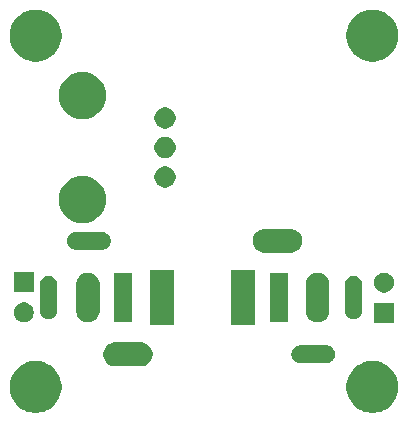
<source format=gbr>
%TF.GenerationSoftware,KiCad,Pcbnew,9.0.3*%
%TF.CreationDate,2025-07-15T20:34:28+12:00*%
%TF.ProjectId,LED_Dimmer,4c45445f-4469-46d6-9d65-722e6b696361,rev?*%
%TF.SameCoordinates,Original*%
%TF.FileFunction,Soldermask,Bot*%
%TF.FilePolarity,Negative*%
%FSLAX46Y46*%
G04 Gerber Fmt 4.6, Leading zero omitted, Abs format (unit mm)*
G04 Created by KiCad (PCBNEW 9.0.3) date 2025-07-15 20:34:28*
%MOMM*%
%LPD*%
G01*
G04 APERTURE LIST*
G04 APERTURE END LIST*
G36*
X88429199Y-53840070D02*
G01*
X88707167Y-53914552D01*
X88973035Y-54024678D01*
X89222255Y-54168565D01*
X89450561Y-54343750D01*
X89654048Y-54547237D01*
X89829233Y-54775543D01*
X89973120Y-55024763D01*
X90083246Y-55290631D01*
X90157728Y-55568599D01*
X90195290Y-55853911D01*
X90195290Y-56141685D01*
X90157728Y-56426997D01*
X90083246Y-56704965D01*
X89973120Y-56970833D01*
X89829233Y-57220053D01*
X89654048Y-57448359D01*
X89450561Y-57651846D01*
X89222255Y-57827031D01*
X88973035Y-57970918D01*
X88707167Y-58081044D01*
X88429199Y-58155526D01*
X88143887Y-58193088D01*
X87856113Y-58193088D01*
X87570801Y-58155526D01*
X87292833Y-58081044D01*
X87026965Y-57970918D01*
X86777745Y-57827031D01*
X86549439Y-57651846D01*
X86345952Y-57448359D01*
X86170767Y-57220053D01*
X86026880Y-56970833D01*
X85916754Y-56704965D01*
X85842272Y-56426997D01*
X85804710Y-56141685D01*
X85804710Y-55853911D01*
X85842272Y-55568599D01*
X85916754Y-55290631D01*
X86026880Y-55024763D01*
X86170767Y-54775543D01*
X86345952Y-54547237D01*
X86549439Y-54343750D01*
X86777745Y-54168565D01*
X87026965Y-54024678D01*
X87292833Y-53914552D01*
X87570801Y-53840070D01*
X87856113Y-53802508D01*
X88143887Y-53802508D01*
X88429199Y-53840070D01*
G37*
G36*
X116929199Y-53840070D02*
G01*
X117207167Y-53914552D01*
X117473035Y-54024678D01*
X117722255Y-54168565D01*
X117950561Y-54343750D01*
X118154048Y-54547237D01*
X118329233Y-54775543D01*
X118473120Y-55024763D01*
X118583246Y-55290631D01*
X118657728Y-55568599D01*
X118695290Y-55853911D01*
X118695290Y-56141685D01*
X118657728Y-56426997D01*
X118583246Y-56704965D01*
X118473120Y-56970833D01*
X118329233Y-57220053D01*
X118154048Y-57448359D01*
X117950561Y-57651846D01*
X117722255Y-57827031D01*
X117473035Y-57970918D01*
X117207167Y-58081044D01*
X116929199Y-58155526D01*
X116643887Y-58193088D01*
X116356113Y-58193088D01*
X116070801Y-58155526D01*
X115792833Y-58081044D01*
X115526965Y-57970918D01*
X115277745Y-57827031D01*
X115049439Y-57651846D01*
X114845952Y-57448359D01*
X114670767Y-57220053D01*
X114526880Y-56970833D01*
X114416754Y-56704965D01*
X114342272Y-56426997D01*
X114304710Y-56141685D01*
X114304710Y-55853911D01*
X114342272Y-55568599D01*
X114416754Y-55290631D01*
X114526880Y-55024763D01*
X114670767Y-54775543D01*
X114845952Y-54547237D01*
X115049439Y-54343750D01*
X115277745Y-54168565D01*
X115526965Y-54024678D01*
X115792833Y-53914552D01*
X116070801Y-53840070D01*
X116356113Y-53802508D01*
X116643887Y-53802508D01*
X116929199Y-53840070D01*
G37*
G36*
X97014017Y-52227925D02*
G01*
X97206285Y-52266170D01*
X97387397Y-52341189D01*
X97550393Y-52450100D01*
X97689010Y-52588717D01*
X97797921Y-52751713D01*
X97872940Y-52932825D01*
X97911185Y-53125093D01*
X97911185Y-53321127D01*
X97872940Y-53513395D01*
X97797921Y-53694507D01*
X97689010Y-53857503D01*
X97550393Y-53996120D01*
X97387397Y-54105031D01*
X97206285Y-54180050D01*
X97014017Y-54218295D01*
X96916000Y-54223110D01*
X96914522Y-54223110D01*
X94717478Y-54223110D01*
X94716000Y-54223110D01*
X94617983Y-54218295D01*
X94425715Y-54180050D01*
X94244603Y-54105031D01*
X94081607Y-53996120D01*
X93942990Y-53857503D01*
X93834079Y-53694507D01*
X93759060Y-53513395D01*
X93720815Y-53321127D01*
X93720815Y-53125093D01*
X93759060Y-52932825D01*
X93834079Y-52751713D01*
X93942990Y-52588717D01*
X94081607Y-52450100D01*
X94244603Y-52341189D01*
X94425715Y-52266170D01*
X94617983Y-52227925D01*
X94716000Y-52223110D01*
X96916000Y-52223110D01*
X97014017Y-52227925D01*
G37*
G36*
X112673513Y-52476719D02*
G01*
X112817714Y-52505403D01*
X112953548Y-52561667D01*
X113075795Y-52643350D01*
X113179758Y-52747313D01*
X113261441Y-52869560D01*
X113317705Y-53005394D01*
X113346389Y-53149595D01*
X113346389Y-53296621D01*
X113317705Y-53440822D01*
X113261441Y-53576656D01*
X113179758Y-53698903D01*
X113075795Y-53802866D01*
X112953548Y-53884549D01*
X112817714Y-53940813D01*
X112673513Y-53969497D01*
X112600000Y-53973108D01*
X112598522Y-53973108D01*
X110401478Y-53973108D01*
X110400000Y-53973108D01*
X110326487Y-53969497D01*
X110182286Y-53940813D01*
X110046452Y-53884549D01*
X109924205Y-53802866D01*
X109820242Y-53698903D01*
X109738559Y-53576656D01*
X109682295Y-53440822D01*
X109653611Y-53296621D01*
X109653611Y-53149595D01*
X109682295Y-53005394D01*
X109738559Y-52869560D01*
X109820242Y-52747313D01*
X109924205Y-52643350D01*
X110046452Y-52561667D01*
X110182286Y-52505403D01*
X110326487Y-52476719D01*
X110400000Y-52473108D01*
X112600000Y-52473108D01*
X112673513Y-52476719D01*
G37*
G36*
X99716000Y-50723110D02*
G01*
X97716000Y-50723110D01*
X97716000Y-46123110D01*
X99716000Y-46123110D01*
X99716000Y-50723110D01*
G37*
G36*
X106574001Y-50723109D02*
G01*
X104574001Y-50723109D01*
X104574001Y-46123109D01*
X106574001Y-46123109D01*
X106574001Y-50723109D01*
G37*
G36*
X118350001Y-50548109D02*
G01*
X116650001Y-50548109D01*
X116650001Y-48848109D01*
X118350001Y-48848109D01*
X118350001Y-50548109D01*
G37*
G36*
X87246742Y-48874711D02*
G01*
X87400687Y-48938477D01*
X87539234Y-49031051D01*
X87657059Y-49148876D01*
X87749633Y-49287423D01*
X87813399Y-49441368D01*
X87845907Y-49604795D01*
X87845907Y-49771425D01*
X87813399Y-49934852D01*
X87749633Y-50088797D01*
X87657059Y-50227344D01*
X87539234Y-50345169D01*
X87400687Y-50437743D01*
X87246742Y-50501509D01*
X87083315Y-50534017D01*
X86916685Y-50534017D01*
X86753258Y-50501509D01*
X86599313Y-50437743D01*
X86460766Y-50345169D01*
X86342941Y-50227344D01*
X86250367Y-50088797D01*
X86186601Y-49934852D01*
X86154093Y-49771425D01*
X86154093Y-49604795D01*
X86186601Y-49441368D01*
X86250367Y-49287423D01*
X86342941Y-49148876D01*
X86460766Y-49031051D01*
X86599313Y-48938477D01*
X86753258Y-48874711D01*
X86916685Y-48842203D01*
X87083315Y-48842203D01*
X87246742Y-48874711D01*
G37*
G36*
X112164287Y-46366170D02*
G01*
X112345399Y-46441189D01*
X112508395Y-46550100D01*
X112647012Y-46688717D01*
X112755923Y-46851713D01*
X112830942Y-47032825D01*
X112869187Y-47225093D01*
X112874002Y-47323110D01*
X112874002Y-49523110D01*
X112869187Y-49621127D01*
X112830942Y-49813395D01*
X112755923Y-49994507D01*
X112647012Y-50157503D01*
X112508395Y-50296120D01*
X112345399Y-50405031D01*
X112164287Y-50480050D01*
X111972019Y-50518295D01*
X111775985Y-50518295D01*
X111583717Y-50480050D01*
X111402605Y-50405031D01*
X111239609Y-50296120D01*
X111100992Y-50157503D01*
X110992081Y-49994507D01*
X110917062Y-49813395D01*
X110878817Y-49621127D01*
X110874002Y-49523110D01*
X110874002Y-47323110D01*
X110878817Y-47225093D01*
X110917062Y-47032825D01*
X110992081Y-46851713D01*
X111100992Y-46688717D01*
X111239609Y-46550100D01*
X111402605Y-46441189D01*
X111583717Y-46366170D01*
X111775985Y-46327925D01*
X111972019Y-46327925D01*
X112164287Y-46366170D01*
G37*
G36*
X92706284Y-46366169D02*
G01*
X92887396Y-46441188D01*
X93050392Y-46550099D01*
X93189009Y-46688716D01*
X93297920Y-46851712D01*
X93372939Y-47032824D01*
X93411184Y-47225092D01*
X93415999Y-47323109D01*
X93415999Y-49523109D01*
X93411184Y-49621126D01*
X93372939Y-49813394D01*
X93297920Y-49994506D01*
X93189009Y-50157502D01*
X93050392Y-50296119D01*
X92887396Y-50405030D01*
X92706284Y-50480049D01*
X92514016Y-50518294D01*
X92317982Y-50518294D01*
X92125714Y-50480049D01*
X91944602Y-50405030D01*
X91781606Y-50296119D01*
X91642989Y-50157502D01*
X91534078Y-49994506D01*
X91459059Y-49813394D01*
X91420814Y-49621126D01*
X91415999Y-49523109D01*
X91415999Y-47323109D01*
X91420814Y-47225092D01*
X91459059Y-47032824D01*
X91534078Y-46851712D01*
X91642989Y-46688716D01*
X91781606Y-46550099D01*
X91944602Y-46441188D01*
X92125714Y-46366169D01*
X92317982Y-46327924D01*
X92514016Y-46327924D01*
X92706284Y-46366169D01*
G37*
G36*
X96150000Y-50473110D02*
G01*
X94650000Y-50473110D01*
X94650000Y-46373110D01*
X96150000Y-46373110D01*
X96150000Y-50473110D01*
G37*
G36*
X109350000Y-50473109D02*
G01*
X107850000Y-50473109D01*
X107850000Y-46373109D01*
X109350000Y-46373109D01*
X109350000Y-50473109D01*
G37*
G36*
X115117715Y-46605405D02*
G01*
X115253549Y-46661669D01*
X115375796Y-46743352D01*
X115479759Y-46847315D01*
X115561442Y-46969562D01*
X115617706Y-47105396D01*
X115646390Y-47249597D01*
X115650001Y-47323110D01*
X115650001Y-49523110D01*
X115646390Y-49596623D01*
X115617706Y-49740824D01*
X115561442Y-49876658D01*
X115479759Y-49998905D01*
X115375796Y-50102868D01*
X115253549Y-50184551D01*
X115117715Y-50240815D01*
X114973514Y-50269499D01*
X114826488Y-50269499D01*
X114682287Y-50240815D01*
X114546453Y-50184551D01*
X114424206Y-50102868D01*
X114320243Y-49998905D01*
X114238560Y-49876658D01*
X114182296Y-49740824D01*
X114153612Y-49596623D01*
X114150001Y-49523110D01*
X114150001Y-47323110D01*
X114153612Y-47249597D01*
X114182296Y-47105396D01*
X114238560Y-46969562D01*
X114320243Y-46847315D01*
X114424206Y-46743352D01*
X114546453Y-46661669D01*
X114682287Y-46605405D01*
X114826488Y-46576721D01*
X114973514Y-46576721D01*
X115117715Y-46605405D01*
G37*
G36*
X89317713Y-46605404D02*
G01*
X89453547Y-46661668D01*
X89575794Y-46743351D01*
X89679757Y-46847314D01*
X89761440Y-46969561D01*
X89817704Y-47105395D01*
X89846388Y-47249596D01*
X89849999Y-47323109D01*
X89849999Y-49523109D01*
X89846388Y-49596622D01*
X89817704Y-49740823D01*
X89761440Y-49876657D01*
X89679757Y-49998904D01*
X89575794Y-50102867D01*
X89453547Y-50184550D01*
X89317713Y-50240814D01*
X89173512Y-50269498D01*
X89026486Y-50269498D01*
X88882285Y-50240814D01*
X88746451Y-50184550D01*
X88624204Y-50102867D01*
X88520241Y-49998904D01*
X88438558Y-49876657D01*
X88382294Y-49740823D01*
X88353610Y-49596622D01*
X88349999Y-49523109D01*
X88349999Y-47323109D01*
X88353610Y-47249596D01*
X88382294Y-47105395D01*
X88438558Y-46969561D01*
X88520241Y-46847314D01*
X88624204Y-46743351D01*
X88746451Y-46661668D01*
X88882285Y-46605404D01*
X89026486Y-46576720D01*
X89173512Y-46576720D01*
X89317713Y-46605404D01*
G37*
G36*
X117746743Y-46344710D02*
G01*
X117900688Y-46408476D01*
X118039235Y-46501050D01*
X118157060Y-46618875D01*
X118249634Y-46757422D01*
X118313400Y-46911367D01*
X118345908Y-47074794D01*
X118345908Y-47241424D01*
X118313400Y-47404851D01*
X118249634Y-47558796D01*
X118157060Y-47697343D01*
X118039235Y-47815168D01*
X117900688Y-47907742D01*
X117746743Y-47971508D01*
X117583316Y-48004016D01*
X117416686Y-48004016D01*
X117253259Y-47971508D01*
X117099314Y-47907742D01*
X116960767Y-47815168D01*
X116842942Y-47697343D01*
X116750368Y-47558796D01*
X116686602Y-47404851D01*
X116654094Y-47241424D01*
X116654094Y-47074794D01*
X116686602Y-46911367D01*
X116750368Y-46757422D01*
X116842942Y-46618875D01*
X116960767Y-46501050D01*
X117099314Y-46408476D01*
X117253259Y-46344710D01*
X117416686Y-46312202D01*
X117583316Y-46312202D01*
X117746743Y-46344710D01*
G37*
G36*
X87850000Y-47998110D02*
G01*
X86150000Y-47998110D01*
X86150000Y-46298110D01*
X87850000Y-46298110D01*
X87850000Y-47998110D01*
G37*
G36*
X109672018Y-42627924D02*
G01*
X109864286Y-42666169D01*
X110045398Y-42741188D01*
X110208394Y-42850099D01*
X110347011Y-42988716D01*
X110455922Y-43151712D01*
X110530941Y-43332824D01*
X110569186Y-43525092D01*
X110569186Y-43721126D01*
X110530941Y-43913394D01*
X110455922Y-44094506D01*
X110347011Y-44257502D01*
X110208394Y-44396119D01*
X110045398Y-44505030D01*
X109864286Y-44580049D01*
X109672018Y-44618294D01*
X109574001Y-44623109D01*
X109572523Y-44623109D01*
X107375479Y-44623109D01*
X107374001Y-44623109D01*
X107275984Y-44618294D01*
X107083716Y-44580049D01*
X106902604Y-44505030D01*
X106739608Y-44396119D01*
X106600991Y-44257502D01*
X106492080Y-44094506D01*
X106417061Y-43913394D01*
X106378816Y-43721126D01*
X106378816Y-43525092D01*
X106417061Y-43332824D01*
X106492080Y-43151712D01*
X106600991Y-42988716D01*
X106739608Y-42850099D01*
X106902604Y-42741188D01*
X107083716Y-42666169D01*
X107275984Y-42627924D01*
X107374001Y-42623109D01*
X109574001Y-42623109D01*
X109672018Y-42627924D01*
G37*
G36*
X93673513Y-42876722D02*
G01*
X93817714Y-42905406D01*
X93953548Y-42961670D01*
X94075795Y-43043353D01*
X94179758Y-43147316D01*
X94261441Y-43269563D01*
X94317705Y-43405397D01*
X94346389Y-43549598D01*
X94346389Y-43696624D01*
X94317705Y-43840825D01*
X94261441Y-43976659D01*
X94179758Y-44098906D01*
X94075795Y-44202869D01*
X93953548Y-44284552D01*
X93817714Y-44340816D01*
X93673513Y-44369500D01*
X93600000Y-44373111D01*
X93598522Y-44373111D01*
X91401478Y-44373111D01*
X91400000Y-44373111D01*
X91326487Y-44369500D01*
X91182286Y-44340816D01*
X91046452Y-44284552D01*
X90924205Y-44202869D01*
X90820242Y-44098906D01*
X90738559Y-43976659D01*
X90682295Y-43840825D01*
X90653611Y-43696624D01*
X90653611Y-43549598D01*
X90682295Y-43405397D01*
X90738559Y-43269563D01*
X90820242Y-43147316D01*
X90924205Y-43043353D01*
X91046452Y-42961670D01*
X91182286Y-42905406D01*
X91326487Y-42876722D01*
X91400000Y-42873111D01*
X93600000Y-42873111D01*
X93673513Y-42876722D01*
G37*
G36*
X92343588Y-38158039D02*
G01*
X92596286Y-38225750D01*
X92837984Y-38325865D01*
X93064547Y-38456671D01*
X93272099Y-38615930D01*
X93457087Y-38800918D01*
X93616346Y-39008470D01*
X93747152Y-39235033D01*
X93847267Y-39476731D01*
X93914978Y-39729429D01*
X93949125Y-39988804D01*
X93949125Y-40250416D01*
X93914978Y-40509791D01*
X93847267Y-40762489D01*
X93747152Y-41004187D01*
X93616346Y-41230750D01*
X93457087Y-41438302D01*
X93272099Y-41623290D01*
X93064547Y-41782549D01*
X92837984Y-41913355D01*
X92596286Y-42013470D01*
X92343588Y-42081181D01*
X92084213Y-42115328D01*
X91822601Y-42115328D01*
X91563226Y-42081181D01*
X91310528Y-42013470D01*
X91068830Y-41913355D01*
X90842267Y-41782549D01*
X90634715Y-41623290D01*
X90449727Y-41438302D01*
X90290468Y-41230750D01*
X90159662Y-41004187D01*
X90059547Y-40762489D01*
X89991836Y-40509791D01*
X89957689Y-40250416D01*
X89957689Y-39988804D01*
X89991836Y-39729429D01*
X90059547Y-39476731D01*
X90159662Y-39235033D01*
X90290468Y-39008470D01*
X90449727Y-38800918D01*
X90634715Y-38615930D01*
X90842267Y-38456671D01*
X91068830Y-38325865D01*
X91310528Y-38225750D01*
X91563226Y-38158039D01*
X91822601Y-38123892D01*
X92084213Y-38123892D01*
X92343588Y-38158039D01*
G37*
G36*
X99214658Y-37358366D02*
G01*
X99377659Y-37425883D01*
X99524356Y-37523903D01*
X99649111Y-37648658D01*
X99747131Y-37795355D01*
X99814648Y-37958356D01*
X99849068Y-38131397D01*
X99849068Y-38307827D01*
X99814648Y-38480868D01*
X99747131Y-38643869D01*
X99649111Y-38790566D01*
X99524356Y-38915321D01*
X99377659Y-39013341D01*
X99214658Y-39080858D01*
X99041617Y-39115278D01*
X98865187Y-39115278D01*
X98692146Y-39080858D01*
X98529145Y-39013341D01*
X98382448Y-38915321D01*
X98257693Y-38790566D01*
X98159673Y-38643869D01*
X98092156Y-38480868D01*
X98057736Y-38307827D01*
X98057736Y-38131397D01*
X98092156Y-37958356D01*
X98159673Y-37795355D01*
X98257693Y-37648658D01*
X98382448Y-37523903D01*
X98529145Y-37425883D01*
X98692146Y-37358366D01*
X98865187Y-37323946D01*
X99041617Y-37323946D01*
X99214658Y-37358366D01*
G37*
G36*
X99214658Y-34858366D02*
G01*
X99377659Y-34925883D01*
X99524356Y-35023903D01*
X99649111Y-35148658D01*
X99747131Y-35295355D01*
X99814648Y-35458356D01*
X99849068Y-35631397D01*
X99849068Y-35807827D01*
X99814648Y-35980868D01*
X99747131Y-36143869D01*
X99649111Y-36290566D01*
X99524356Y-36415321D01*
X99377659Y-36513341D01*
X99214658Y-36580858D01*
X99041617Y-36615278D01*
X98865187Y-36615278D01*
X98692146Y-36580858D01*
X98529145Y-36513341D01*
X98382448Y-36415321D01*
X98257693Y-36290566D01*
X98159673Y-36143869D01*
X98092156Y-35980868D01*
X98057736Y-35807827D01*
X98057736Y-35631397D01*
X98092156Y-35458356D01*
X98159673Y-35295355D01*
X98257693Y-35148658D01*
X98382448Y-35023903D01*
X98529145Y-34925883D01*
X98692146Y-34858366D01*
X98865187Y-34823946D01*
X99041617Y-34823946D01*
X99214658Y-34858366D01*
G37*
G36*
X99214658Y-32358366D02*
G01*
X99377659Y-32425883D01*
X99524356Y-32523903D01*
X99649111Y-32648658D01*
X99747131Y-32795355D01*
X99814648Y-32958356D01*
X99849068Y-33131397D01*
X99849068Y-33307827D01*
X99814648Y-33480868D01*
X99747131Y-33643869D01*
X99649111Y-33790566D01*
X99524356Y-33915321D01*
X99377659Y-34013341D01*
X99214658Y-34080858D01*
X99041617Y-34115278D01*
X98865187Y-34115278D01*
X98692146Y-34080858D01*
X98529145Y-34013341D01*
X98382448Y-33915321D01*
X98257693Y-33790566D01*
X98159673Y-33643869D01*
X98092156Y-33480868D01*
X98057736Y-33307827D01*
X98057736Y-33131397D01*
X98092156Y-32958356D01*
X98159673Y-32795355D01*
X98257693Y-32648658D01*
X98382448Y-32523903D01*
X98529145Y-32425883D01*
X98692146Y-32358366D01*
X98865187Y-32323946D01*
X99041617Y-32323946D01*
X99214658Y-32358366D01*
G37*
G36*
X92343582Y-29358041D02*
G01*
X92596280Y-29425752D01*
X92837978Y-29525867D01*
X93064541Y-29656673D01*
X93272093Y-29815932D01*
X93457081Y-30000920D01*
X93616340Y-30208472D01*
X93747146Y-30435035D01*
X93847261Y-30676733D01*
X93914972Y-30929431D01*
X93949119Y-31188806D01*
X93949119Y-31450418D01*
X93914972Y-31709793D01*
X93847261Y-31962491D01*
X93747146Y-32204189D01*
X93616340Y-32430752D01*
X93457081Y-32638304D01*
X93272093Y-32823292D01*
X93064541Y-32982551D01*
X92837978Y-33113357D01*
X92596280Y-33213472D01*
X92343582Y-33281183D01*
X92084207Y-33315330D01*
X91822595Y-33315330D01*
X91563220Y-33281183D01*
X91310522Y-33213472D01*
X91068824Y-33113357D01*
X90842261Y-32982551D01*
X90634709Y-32823292D01*
X90449721Y-32638304D01*
X90290462Y-32430752D01*
X90159656Y-32204189D01*
X90059541Y-31962491D01*
X89991830Y-31709793D01*
X89957683Y-31450418D01*
X89957683Y-31188806D01*
X89991830Y-30929431D01*
X90059541Y-30676733D01*
X90159656Y-30435035D01*
X90290462Y-30208472D01*
X90449721Y-30000920D01*
X90634709Y-29815932D01*
X90842261Y-29656673D01*
X91068824Y-29525867D01*
X91310522Y-29425752D01*
X91563220Y-29358041D01*
X91822595Y-29323894D01*
X92084207Y-29323894D01*
X92343582Y-29358041D01*
G37*
G36*
X88429199Y-24090070D02*
G01*
X88707167Y-24164552D01*
X88973035Y-24274678D01*
X89222255Y-24418565D01*
X89450561Y-24593750D01*
X89654048Y-24797237D01*
X89829233Y-25025543D01*
X89973120Y-25274763D01*
X90083246Y-25540631D01*
X90157728Y-25818599D01*
X90195290Y-26103911D01*
X90195290Y-26391685D01*
X90157728Y-26676997D01*
X90083246Y-26954965D01*
X89973120Y-27220833D01*
X89829233Y-27470053D01*
X89654048Y-27698359D01*
X89450561Y-27901846D01*
X89222255Y-28077031D01*
X88973035Y-28220918D01*
X88707167Y-28331044D01*
X88429199Y-28405526D01*
X88143887Y-28443088D01*
X87856113Y-28443088D01*
X87570801Y-28405526D01*
X87292833Y-28331044D01*
X87026965Y-28220918D01*
X86777745Y-28077031D01*
X86549439Y-27901846D01*
X86345952Y-27698359D01*
X86170767Y-27470053D01*
X86026880Y-27220833D01*
X85916754Y-26954965D01*
X85842272Y-26676997D01*
X85804710Y-26391685D01*
X85804710Y-26103911D01*
X85842272Y-25818599D01*
X85916754Y-25540631D01*
X86026880Y-25274763D01*
X86170767Y-25025543D01*
X86345952Y-24797237D01*
X86549439Y-24593750D01*
X86777745Y-24418565D01*
X87026965Y-24274678D01*
X87292833Y-24164552D01*
X87570801Y-24090070D01*
X87856113Y-24052508D01*
X88143887Y-24052508D01*
X88429199Y-24090070D01*
G37*
G36*
X116929199Y-24090070D02*
G01*
X117207167Y-24164552D01*
X117473035Y-24274678D01*
X117722255Y-24418565D01*
X117950561Y-24593750D01*
X118154048Y-24797237D01*
X118329233Y-25025543D01*
X118473120Y-25274763D01*
X118583246Y-25540631D01*
X118657728Y-25818599D01*
X118695290Y-26103911D01*
X118695290Y-26391685D01*
X118657728Y-26676997D01*
X118583246Y-26954965D01*
X118473120Y-27220833D01*
X118329233Y-27470053D01*
X118154048Y-27698359D01*
X117950561Y-27901846D01*
X117722255Y-28077031D01*
X117473035Y-28220918D01*
X117207167Y-28331044D01*
X116929199Y-28405526D01*
X116643887Y-28443088D01*
X116356113Y-28443088D01*
X116070801Y-28405526D01*
X115792833Y-28331044D01*
X115526965Y-28220918D01*
X115277745Y-28077031D01*
X115049439Y-27901846D01*
X114845952Y-27698359D01*
X114670767Y-27470053D01*
X114526880Y-27220833D01*
X114416754Y-26954965D01*
X114342272Y-26676997D01*
X114304710Y-26391685D01*
X114304710Y-26103911D01*
X114342272Y-25818599D01*
X114416754Y-25540631D01*
X114526880Y-25274763D01*
X114670767Y-25025543D01*
X114845952Y-24797237D01*
X115049439Y-24593750D01*
X115277745Y-24418565D01*
X115526965Y-24274678D01*
X115792833Y-24164552D01*
X116070801Y-24090070D01*
X116356113Y-24052508D01*
X116643887Y-24052508D01*
X116929199Y-24090070D01*
G37*
M02*

</source>
